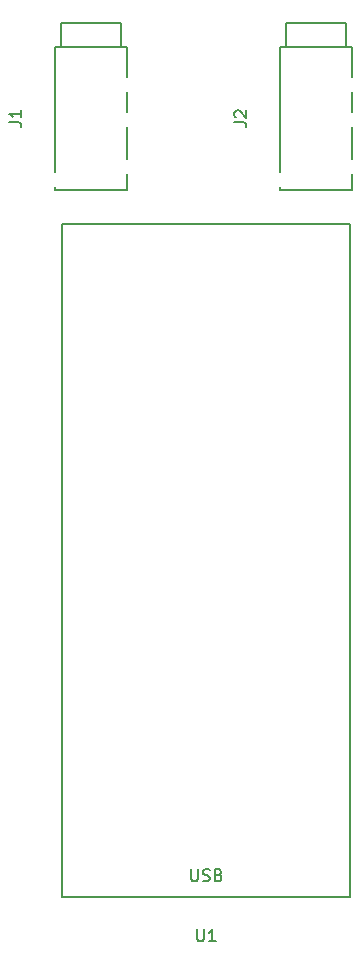
<source format=gto>
G04 #@! TF.GenerationSoftware,KiCad,Pcbnew,5.0.1-33cea8e~66~ubuntu18.04.1*
G04 #@! TF.CreationDate,2018-10-13T22:06:55+09:00*
G04 #@! TF.ProjectId,pendant,70656E64616E742E6B696361645F7063,rev?*
G04 #@! TF.SameCoordinates,Original*
G04 #@! TF.FileFunction,Legend,Top*
G04 #@! TF.FilePolarity,Positive*
%FSLAX46Y46*%
G04 Gerber Fmt 4.6, Leading zero omitted, Abs format (unit mm)*
G04 Created by KiCad (PCBNEW 5.0.1-33cea8e~66~ubuntu18.04.1) date 2018年10月13日 22時06分55秒*
%MOMM*%
%LPD*%
G01*
G04 APERTURE LIST*
%ADD10C,0.150000*%
%ADD11C,1.524000*%
%ADD12R,2.000000X1.200000*%
G04 APERTURE END LIST*
D10*
G04 #@! TO.C,J1*
X126240000Y-61260000D02*
X126240000Y-73360000D01*
X126240000Y-73360000D02*
X120140000Y-73360000D01*
X120140000Y-73360000D02*
X120140000Y-61260000D01*
X120140000Y-61260000D02*
X126240000Y-61260000D01*
X125730000Y-61260000D02*
X125730000Y-59260000D01*
X125730000Y-59260000D02*
X120650000Y-59260000D01*
X120650000Y-59260000D02*
X120650000Y-61260000D01*
G04 #@! TO.C,J2*
X139700000Y-59260000D02*
X139700000Y-61260000D01*
X144780000Y-59260000D02*
X139700000Y-59260000D01*
X144780000Y-61260000D02*
X144780000Y-59260000D01*
X139190000Y-61260000D02*
X145290000Y-61260000D01*
X139190000Y-73360000D02*
X139190000Y-61260000D01*
X145290000Y-73360000D02*
X139190000Y-73360000D01*
X145290000Y-61260000D02*
X145290000Y-73360000D01*
G04 #@! TO.C,U1*
X145125001Y-76275001D02*
X145125001Y-133275001D01*
X120725001Y-76275001D02*
X120725001Y-133275001D01*
X120725001Y-133275001D02*
X145125001Y-133275001D01*
X120725001Y-76275001D02*
X145125001Y-76275001D01*
G04 #@! TO.C,J1*
X116292380Y-67643333D02*
X117006666Y-67643333D01*
X117149523Y-67690952D01*
X117244761Y-67786190D01*
X117292380Y-67929047D01*
X117292380Y-68024285D01*
X117292380Y-66643333D02*
X117292380Y-67214761D01*
X117292380Y-66929047D02*
X116292380Y-66929047D01*
X116435238Y-67024285D01*
X116530476Y-67119523D01*
X116578095Y-67214761D01*
G04 #@! TO.C,J2*
X135342380Y-67643333D02*
X136056666Y-67643333D01*
X136199523Y-67690952D01*
X136294761Y-67786190D01*
X136342380Y-67929047D01*
X136342380Y-68024285D01*
X135437619Y-67214761D02*
X135390000Y-67167142D01*
X135342380Y-67071904D01*
X135342380Y-66833809D01*
X135390000Y-66738571D01*
X135437619Y-66690952D01*
X135532857Y-66643333D01*
X135628095Y-66643333D01*
X135770952Y-66690952D01*
X136342380Y-67262380D01*
X136342380Y-66643333D01*
G04 #@! TO.C,U1*
X132163096Y-135977381D02*
X132163096Y-136786905D01*
X132210715Y-136882143D01*
X132258334Y-136929762D01*
X132353572Y-136977381D01*
X132544048Y-136977381D01*
X132639286Y-136929762D01*
X132686905Y-136882143D01*
X132734524Y-136786905D01*
X132734524Y-135977381D01*
X133734524Y-136977381D02*
X133163096Y-136977381D01*
X133448810Y-136977381D02*
X133448810Y-135977381D01*
X133353572Y-136120239D01*
X133258334Y-136215477D01*
X133163096Y-136263096D01*
X131663096Y-130897381D02*
X131663096Y-131706905D01*
X131710715Y-131802143D01*
X131758334Y-131849762D01*
X131853572Y-131897381D01*
X132044048Y-131897381D01*
X132139286Y-131849762D01*
X132186905Y-131802143D01*
X132234524Y-131706905D01*
X132234524Y-130897381D01*
X132663096Y-131849762D02*
X132805953Y-131897381D01*
X133044048Y-131897381D01*
X133139286Y-131849762D01*
X133186905Y-131802143D01*
X133234524Y-131706905D01*
X133234524Y-131611667D01*
X133186905Y-131516429D01*
X133139286Y-131468810D01*
X133044048Y-131421191D01*
X132853572Y-131373572D01*
X132758334Y-131325953D01*
X132710715Y-131278334D01*
X132663096Y-131183096D01*
X132663096Y-131087858D01*
X132710715Y-130992620D01*
X132758334Y-130945001D01*
X132853572Y-130897381D01*
X133091667Y-130897381D01*
X133234524Y-130945001D01*
X133996429Y-131373572D02*
X134139286Y-131421191D01*
X134186905Y-131468810D01*
X134234524Y-131564048D01*
X134234524Y-131706905D01*
X134186905Y-131802143D01*
X134139286Y-131849762D01*
X134044048Y-131897381D01*
X133663096Y-131897381D01*
X133663096Y-130897381D01*
X133996429Y-130897381D01*
X134091667Y-130945001D01*
X134139286Y-130992620D01*
X134186905Y-131087858D01*
X134186905Y-131183096D01*
X134139286Y-131278334D01*
X134091667Y-131325953D01*
X133996429Y-131373572D01*
X133663096Y-131373572D01*
G04 #@! TD*
%LPC*%
D11*
G04 #@! TO.C,J1*
X123190000Y-62860000D03*
X123190000Y-69860000D03*
D12*
X119890000Y-72560000D03*
X126490000Y-71460000D03*
X126490000Y-67460000D03*
X126490000Y-64460000D03*
G04 #@! TD*
G04 #@! TO.C,J2*
X145540000Y-64460000D03*
X145540000Y-67460000D03*
X145540000Y-71460000D03*
X138940000Y-72560000D03*
D11*
X142240000Y-69860000D03*
X142240000Y-62860000D03*
G04 #@! TD*
G04 #@! TO.C,U1*
X124035001Y-84455001D03*
X124035001Y-86995001D03*
X124035001Y-89535001D03*
X124035001Y-92075001D03*
X124035001Y-94615001D03*
X124035001Y-97155001D03*
X124035001Y-99695001D03*
X124035001Y-102235001D03*
X124035001Y-104775001D03*
X124035001Y-107315001D03*
X124035001Y-109855001D03*
X124035001Y-112395001D03*
X124035001Y-114935001D03*
X124035001Y-117475001D03*
X124035001Y-120015001D03*
X124035001Y-122555001D03*
X124035001Y-125095001D03*
X141815001Y-125095001D03*
X141815001Y-122555001D03*
X141815001Y-120015001D03*
X141815001Y-117475001D03*
X141815001Y-114935001D03*
X141815001Y-112395001D03*
X141815001Y-109855001D03*
X141815001Y-107315001D03*
X141815001Y-104775001D03*
X141815001Y-102235001D03*
X141815001Y-99695001D03*
X141815001Y-97155001D03*
X141815001Y-94615001D03*
X141815001Y-92075001D03*
X141815001Y-89535001D03*
X141815001Y-86995001D03*
X141815001Y-84455001D03*
G04 #@! TD*
M02*

</source>
